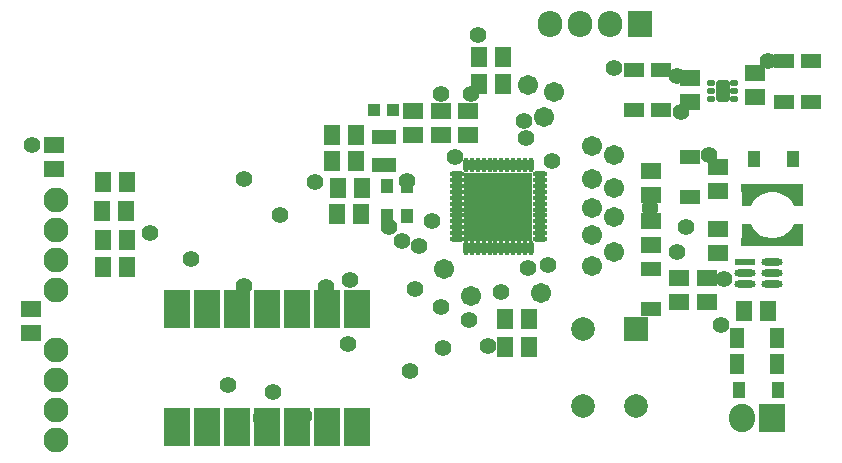
<source format=gts>
G04*
G04 #@! TF.GenerationSoftware,Altium Limited,Altium Designer,22.2.1 (43)*
G04*
G04 Layer_Color=8388736*
%FSLAX25Y25*%
%MOIN*%
G70*
G04*
G04 #@! TF.SameCoordinates,3A658960-9040-4E96-AE8A-DEED508C0D5D*
G04*
G04*
G04 #@! TF.FilePolarity,Negative*
G04*
G01*
G75*
%ADD28R,0.07874X0.04724*%
%ADD29R,0.03937X0.04724*%
G04:AMPARAMS|DCode=32|XSize=71.07mil|YSize=24.01mil|CornerRadius=12mil|HoleSize=0mil|Usage=FLASHONLY|Rotation=0.000|XOffset=0mil|YOffset=0mil|HoleType=Round|Shape=RoundedRectangle|*
%AMROUNDEDRECTD32*
21,1,0.07107,0.00000,0,0,0.0*
21,1,0.04706,0.02401,0,0,0.0*
1,1,0.02401,0.02353,0.00000*
1,1,0.02401,-0.02353,0.00000*
1,1,0.02401,-0.02353,0.00000*
1,1,0.02401,0.02353,0.00000*
%
%ADD32ROUNDEDRECTD32*%
%ADD33R,0.07107X0.02401*%
%ADD36R,0.07099X0.05131*%
%ADD37R,0.07100X0.05800*%
%ADD38R,0.04383X0.05603*%
%ADD39C,0.06706*%
%ADD40R,0.05800X0.07100*%
%ADD41R,0.22847X0.22847*%
%ADD42O,0.01784X0.04737*%
%ADD43O,0.04737X0.01784*%
%ADD44R,0.03950X0.03950*%
%ADD45R,0.20800X0.02800*%
G04:AMPARAMS|DCode=46|XSize=47.37mil|YSize=70.99mil|CornerRadius=5.97mil|HoleSize=0mil|Usage=FLASHONLY|Rotation=0.000|XOffset=0mil|YOffset=0mil|HoleType=Round|Shape=RoundedRectangle|*
%AMROUNDEDRECTD46*
21,1,0.04737,0.05906,0,0,0.0*
21,1,0.03543,0.07099,0,0,0.0*
1,1,0.01194,0.01772,-0.02953*
1,1,0.01194,-0.01772,-0.02953*
1,1,0.01194,-0.01772,0.02953*
1,1,0.01194,0.01772,0.02953*
%
%ADD46ROUNDEDRECTD46*%
G04:AMPARAMS|DCode=47|XSize=19.81mil|YSize=25.72mil|CornerRadius=5.95mil|HoleSize=0mil|Usage=FLASHONLY|Rotation=90.000|XOffset=0mil|YOffset=0mil|HoleType=Round|Shape=RoundedRectangle|*
%AMROUNDEDRECTD47*
21,1,0.01981,0.01382,0,0,90.0*
21,1,0.00791,0.02572,0,0,90.0*
1,1,0.01190,0.00691,0.00396*
1,1,0.01190,0.00691,-0.00396*
1,1,0.01190,-0.00691,-0.00396*
1,1,0.01190,-0.00691,0.00396*
%
%ADD47ROUNDEDRECTD47*%
%ADD48R,0.05131X0.07099*%
%ADD49R,0.08674X0.12611*%
%ADD50R,0.08674X0.09461*%
%ADD51O,0.08674X0.09461*%
%ADD52C,0.07874*%
%ADD53R,0.07874X0.07874*%
%ADD54O,0.08280X0.08674*%
%ADD55R,0.08280X0.08674*%
%ADD56C,0.08280*%
%ADD57C,0.05524*%
%ADD58C,0.02769*%
G36*
X460594Y158462D02*
X457584D01*
X457581Y158463D01*
X457260Y157767D01*
X456419Y156488D01*
X455343Y155398D01*
X454073Y154542D01*
X452661Y153951D01*
X451159Y153650D01*
X449628D01*
X448127Y153951D01*
X446714Y154542D01*
X445445Y155398D01*
X444369Y156488D01*
X443528Y157767D01*
X443206Y158463D01*
D01*
X443204Y158462D01*
X440194D01*
Y151162D01*
X460594D01*
Y158462D01*
D02*
G37*
G36*
Y164262D02*
X457584D01*
X457581Y164261D01*
X457260Y164957D01*
X456419Y166237D01*
X455343Y167326D01*
X454073Y168183D01*
X452661Y168773D01*
X451159Y169074D01*
X449628D01*
X448127Y168773D01*
X446714Y168183D01*
X445445Y167326D01*
X444369Y166237D01*
X443528Y164957D01*
X443206Y164261D01*
Y164261D01*
X443204Y164262D01*
X440194D01*
Y171562D01*
X460594D01*
Y164262D01*
D02*
G37*
D28*
X320866Y187402D02*
D03*
Y177953D02*
D03*
D29*
X321949Y171142D02*
D03*
Y161142D02*
D03*
X328445D02*
D03*
Y171142D02*
D03*
D32*
X450394Y145866D02*
D03*
Y142126D02*
D03*
Y138386D02*
D03*
X441335D02*
D03*
Y142126D02*
D03*
D33*
Y145866D02*
D03*
D36*
X463386Y199213D02*
D03*
Y212598D02*
D03*
X454331Y199213D02*
D03*
Y212598D02*
D03*
X404331Y209842D02*
D03*
Y196457D02*
D03*
X413386Y209842D02*
D03*
Y196457D02*
D03*
X422835Y167323D02*
D03*
Y180709D02*
D03*
X409842Y143307D02*
D03*
Y129921D02*
D03*
D37*
X444488Y200724D02*
D03*
Y208724D02*
D03*
X422835Y207150D02*
D03*
Y199150D02*
D03*
X432283Y169228D02*
D03*
Y177228D02*
D03*
X409842Y168047D02*
D03*
Y176047D02*
D03*
Y151512D02*
D03*
Y159512D02*
D03*
X348819Y188126D02*
D03*
Y196126D02*
D03*
X339764Y196063D02*
D03*
Y188063D02*
D03*
X330709Y196126D02*
D03*
Y188126D02*
D03*
X203150Y121984D02*
D03*
Y129984D02*
D03*
X211024Y176646D02*
D03*
Y184646D02*
D03*
X432283Y148756D02*
D03*
Y156756D02*
D03*
X419291Y140220D02*
D03*
Y132220D02*
D03*
X428740Y132220D02*
D03*
Y140220D02*
D03*
D38*
X457224Y179921D02*
D03*
X444350D02*
D03*
X452106Y103150D02*
D03*
X439232D02*
D03*
D39*
X397638Y181496D02*
D03*
Y170472D02*
D03*
X390158Y173228D02*
D03*
Y163779D02*
D03*
X397638Y160630D02*
D03*
X390158Y154724D02*
D03*
X397638Y149213D02*
D03*
X390158Y144488D02*
D03*
X373228Y135433D02*
D03*
X350000Y134252D02*
D03*
X340945Y143307D02*
D03*
X390158Y184252D02*
D03*
X377559Y202362D02*
D03*
X368898Y204724D02*
D03*
X374410Y194095D02*
D03*
D40*
X369354Y126772D02*
D03*
X361354D02*
D03*
X369354Y117323D02*
D03*
X361354D02*
D03*
X352693Y214173D02*
D03*
X360693D02*
D03*
X303480Y188189D02*
D03*
X311480D02*
D03*
X303480Y179528D02*
D03*
X311480D02*
D03*
X305449Y170472D02*
D03*
X313449D02*
D03*
X227102Y144095D02*
D03*
X235102D02*
D03*
X227102Y153150D02*
D03*
X235102D02*
D03*
X227039Y162598D02*
D03*
X235039D02*
D03*
X227102Y172441D02*
D03*
X235102D02*
D03*
X360693Y205118D02*
D03*
X352693D02*
D03*
X313386Y161811D02*
D03*
X305386D02*
D03*
X448819Y129527D02*
D03*
X440819D02*
D03*
D41*
X359055Y164173D02*
D03*
D42*
X348228Y177953D02*
D03*
X350197D02*
D03*
X352165D02*
D03*
X354134D02*
D03*
X356102D02*
D03*
X358071D02*
D03*
X360039D02*
D03*
X362008D02*
D03*
X363976D02*
D03*
X365945D02*
D03*
X367913D02*
D03*
X369882D02*
D03*
Y150394D02*
D03*
X367913D02*
D03*
X365945D02*
D03*
X363976D02*
D03*
X362008D02*
D03*
X360039D02*
D03*
X358071D02*
D03*
X356102D02*
D03*
X354134D02*
D03*
X352165D02*
D03*
X350197D02*
D03*
X348228D02*
D03*
D43*
X372835Y175000D02*
D03*
Y173031D02*
D03*
Y171063D02*
D03*
Y169095D02*
D03*
Y167126D02*
D03*
Y165157D02*
D03*
Y163189D02*
D03*
Y161221D02*
D03*
Y159252D02*
D03*
Y157283D02*
D03*
Y155315D02*
D03*
Y153347D02*
D03*
X345276D02*
D03*
Y155315D02*
D03*
Y157283D02*
D03*
Y159252D02*
D03*
Y161221D02*
D03*
Y163189D02*
D03*
Y165157D02*
D03*
Y167126D02*
D03*
Y169095D02*
D03*
Y171063D02*
D03*
Y173031D02*
D03*
Y175000D02*
D03*
D44*
X317717Y196457D02*
D03*
X324016D02*
D03*
D45*
X450394Y152362D02*
D03*
Y170362D02*
D03*
D46*
X433858Y202756D02*
D03*
D47*
X437697Y205315D02*
D03*
Y202756D02*
D03*
Y200197D02*
D03*
X430020D02*
D03*
Y202756D02*
D03*
Y205315D02*
D03*
D48*
X451968Y120472D02*
D03*
X438583D02*
D03*
X451968Y111811D02*
D03*
X438583D02*
D03*
D49*
X291988Y130118D02*
D03*
X301988D02*
D03*
X311988D02*
D03*
X251988D02*
D03*
X261988D02*
D03*
X271988D02*
D03*
X281988D02*
D03*
X291988Y90748D02*
D03*
X301988D02*
D03*
X311988D02*
D03*
X251988D02*
D03*
X261988D02*
D03*
X271988D02*
D03*
X281988D02*
D03*
D50*
X450394Y93701D02*
D03*
D51*
X440394D02*
D03*
D52*
X404921Y97638D02*
D03*
X387205D02*
D03*
Y123228D02*
D03*
D53*
X404921D02*
D03*
D54*
X376299Y225197D02*
D03*
X386299D02*
D03*
X396299D02*
D03*
D55*
X406299D02*
D03*
D56*
X211417Y136535D02*
D03*
Y146535D02*
D03*
Y156535D02*
D03*
Y166535D02*
D03*
Y86535D02*
D03*
Y96535D02*
D03*
Y106535D02*
D03*
Y116535D02*
D03*
D57*
X274410Y173228D02*
D03*
X328740Y172835D02*
D03*
X298031Y172441D02*
D03*
X292126Y126772D02*
D03*
X309055Y118504D02*
D03*
X284016Y102362D02*
D03*
X301575Y137402D02*
D03*
X256693Y146850D02*
D03*
X429134Y181496D02*
D03*
X421747Y157383D02*
D03*
X377067Y179528D02*
D03*
X279921Y93701D02*
D03*
X294094Y94488D02*
D03*
X286221Y161417D02*
D03*
X242913Y155512D02*
D03*
X274410Y137795D02*
D03*
X309449Y139764D02*
D03*
X349213Y126378D02*
D03*
X339764Y130709D02*
D03*
X331102Y136614D02*
D03*
X340551Y116929D02*
D03*
X329528Y109449D02*
D03*
X418504Y149213D02*
D03*
X434252Y140157D02*
D03*
X352362Y221260D02*
D03*
X350000Y201776D02*
D03*
X203543Y184646D02*
D03*
X418504Y207681D02*
D03*
X448819Y212598D02*
D03*
X420079Y195870D02*
D03*
X433398Y124736D02*
D03*
X367704Y192702D02*
D03*
X368110Y187008D02*
D03*
X326772Y152756D02*
D03*
X322441Y157480D02*
D03*
X332563Y150995D02*
D03*
X337000Y159358D02*
D03*
X359941Y135827D02*
D03*
X397638Y210236D02*
D03*
X375654Y144819D02*
D03*
X339764Y201575D02*
D03*
X355512Y117717D02*
D03*
X368898Y143701D02*
D03*
X409449Y163779D02*
D03*
X311988Y130532D02*
D03*
X251575Y130709D02*
D03*
X261811Y93701D02*
D03*
X272047Y94095D02*
D03*
X312598Y90945D02*
D03*
X268898Y104724D02*
D03*
X344488Y180709D02*
D03*
D58*
X367717Y155512D02*
D03*
X363386D02*
D03*
X359055D02*
D03*
X354724D02*
D03*
X350394D02*
D03*
X367717Y159843D02*
D03*
X363386D02*
D03*
X359055D02*
D03*
X354724D02*
D03*
X350394D02*
D03*
X367717Y164173D02*
D03*
X363386D02*
D03*
X359055D02*
D03*
X354724D02*
D03*
X350394D02*
D03*
X367717Y168504D02*
D03*
X363386D02*
D03*
X359055D02*
D03*
X354724D02*
D03*
X350394D02*
D03*
X367717Y172835D02*
D03*
X363386D02*
D03*
X359055D02*
D03*
X354724D02*
D03*
X350394D02*
D03*
X433858Y200591D02*
D03*
Y204921D02*
D03*
M02*

</source>
